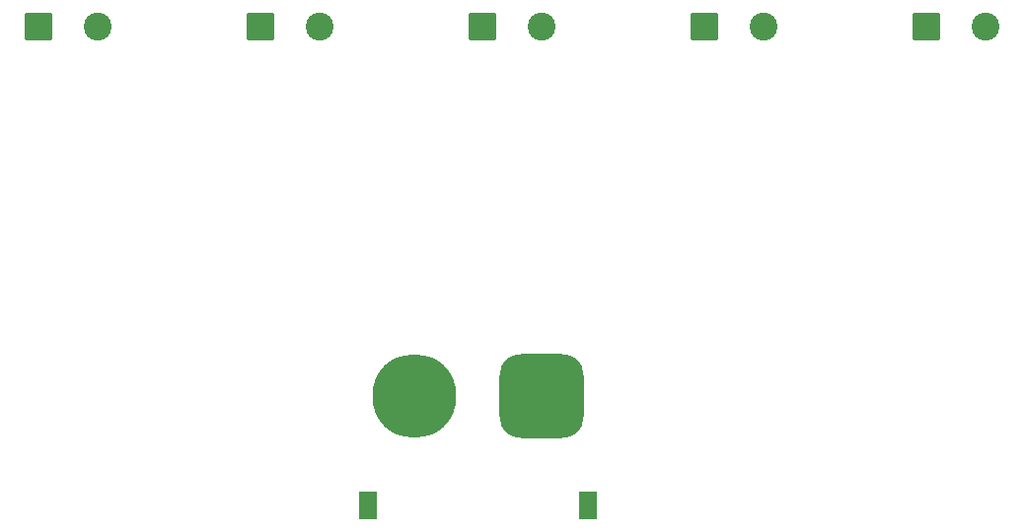
<source format=gbr>
%TF.GenerationSoftware,KiCad,Pcbnew,9.0.2*%
%TF.CreationDate,2025-08-22T13:53:24+02:00*%
%TF.ProjectId,PSU to buck,50535520-746f-4206-9275-636b2e6b6963,rev?*%
%TF.SameCoordinates,Original*%
%TF.FileFunction,Soldermask,Top*%
%TF.FilePolarity,Negative*%
%FSLAX46Y46*%
G04 Gerber Fmt 4.6, Leading zero omitted, Abs format (unit mm)*
G04 Created by KiCad (PCBNEW 9.0.2) date 2025-08-22 13:53:24*
%MOMM*%
%LPD*%
G01*
G04 APERTURE LIST*
G04 Aperture macros list*
%AMRoundRect*
0 Rectangle with rounded corners*
0 $1 Rounding radius*
0 $2 $3 $4 $5 $6 $7 $8 $9 X,Y pos of 4 corners*
0 Add a 4 corners polygon primitive as box body*
4,1,4,$2,$3,$4,$5,$6,$7,$8,$9,$2,$3,0*
0 Add four circle primitives for the rounded corners*
1,1,$1+$1,$2,$3*
1,1,$1+$1,$4,$5*
1,1,$1+$1,$6,$7*
1,1,$1+$1,$8,$9*
0 Add four rect primitives between the rounded corners*
20,1,$1+$1,$2,$3,$4,$5,0*
20,1,$1+$1,$4,$5,$6,$7,0*
20,1,$1+$1,$6,$7,$8,$9,0*
20,1,$1+$1,$8,$9,$2,$3,0*%
G04 Aperture macros list end*
%ADD10RoundRect,1.800000X1.800000X1.800000X-1.800000X1.800000X-1.800000X-1.800000X1.800000X-1.800000X0*%
%ADD11C,7.200000*%
%ADD12R,1.600000X2.400000*%
%ADD13RoundRect,0.250001X-0.949999X-0.949999X0.949999X-0.949999X0.949999X0.949999X-0.949999X0.949999X0*%
%ADD14C,2.400000*%
G04 APERTURE END LIST*
D10*
%TO.C,J1*%
X82550000Y-82550000D03*
D11*
X71650002Y-82550000D03*
D12*
X86550000Y-91950000D03*
X67650000Y-91950000D03*
%TD*%
D13*
%TO.C,J3*%
X58420000Y-50800000D03*
D14*
X63500000Y-50800000D03*
%TD*%
D13*
%TO.C,J6*%
X115570000Y-50800000D03*
D14*
X120650000Y-50800000D03*
%TD*%
D13*
%TO.C,J5*%
X96520000Y-50800000D03*
D14*
X101600000Y-50800000D03*
%TD*%
D13*
%TO.C,J2*%
X39370000Y-50800000D03*
D14*
X44450000Y-50800000D03*
%TD*%
D13*
%TO.C,J4*%
X77470000Y-50800000D03*
D14*
X82550000Y-50800000D03*
%TD*%
M02*

</source>
